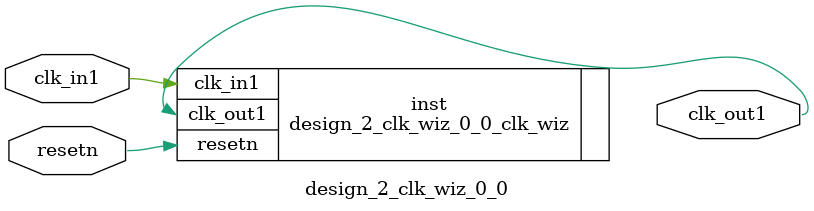
<source format=v>


`timescale 1ps/1ps

(* CORE_GENERATION_INFO = "design_2_clk_wiz_0_0,clk_wiz_v6_0_4_0_0,{component_name=design_2_clk_wiz_0_0,use_phase_alignment=true,use_min_o_jitter=false,use_max_i_jitter=false,use_dyn_phase_shift=false,use_inclk_switchover=false,use_dyn_reconfig=false,enable_axi=0,feedback_source=FDBK_AUTO,PRIMITIVE=MMCM,num_out_clk=1,clkin1_period=10.000,clkin2_period=10.000,use_power_down=false,use_reset=true,use_locked=false,use_inclk_stopped=false,feedback_type=SINGLE,CLOCK_MGR_TYPE=NA,manual_override=false}" *)

module design_2_clk_wiz_0_0 
 (
  // Clock out ports
  output        clk_out1,
  // Status and control signals
  input         resetn,
 // Clock in ports
  input         clk_in1
 );

  design_2_clk_wiz_0_0_clk_wiz inst
  (
  // Clock out ports  
  .clk_out1(clk_out1),
  // Status and control signals               
  .resetn(resetn), 
 // Clock in ports
  .clk_in1(clk_in1)
  );

endmodule

</source>
